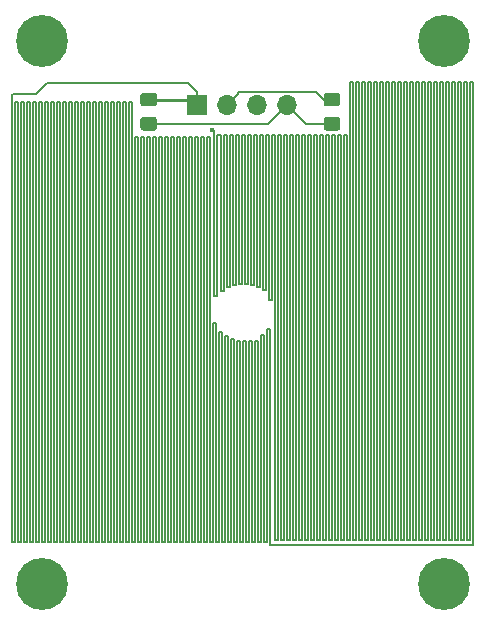
<source format=gbr>
G04 #@! TF.GenerationSoftware,KiCad,Pcbnew,(5.1.5)-3*
G04 #@! TF.CreationDate,2020-10-16T21:55:23+02:00*
G04 #@! TF.ProjectId,_Level,b54c6576-656c-42e6-9b69-6361645f7063,rev?*
G04 #@! TF.SameCoordinates,Original*
G04 #@! TF.FileFunction,Copper,L1,Top*
G04 #@! TF.FilePolarity,Positive*
%FSLAX46Y46*%
G04 Gerber Fmt 4.6, Leading zero omitted, Abs format (unit mm)*
G04 Created by KiCad (PCBNEW (5.1.5)-3) date 2020-10-16 21:55:23*
%MOMM*%
%LPD*%
G04 APERTURE LIST*
%ADD10C,0.100000*%
%ADD11C,4.400000*%
%ADD12C,0.127000*%
%ADD13O,1.700000X1.700000*%
%ADD14R,1.700000X1.700000*%
%ADD15C,0.450000*%
%ADD16C,0.127000*%
%ADD17C,0.250000*%
G04 APERTURE END LIST*
D10*
G36*
X137195200Y-71563500D02*
G01*
X136822200Y-71563500D01*
X136822200Y-71436500D01*
X137195200Y-71436500D01*
X137195200Y-71563500D01*
G37*
D11*
X138000000Y-67000000D03*
X172000000Y-113000000D03*
X172000000Y-67000000D03*
X138000000Y-113000000D03*
D12*
X137195200Y-71500000D03*
X136809500Y-71500000D03*
D13*
X158690000Y-72410000D03*
X156150000Y-72410000D03*
X153610000Y-72410000D03*
D14*
X151070000Y-72410000D03*
G04 #@! TA.AperFunction,SMDPad,CuDef*
D10*
G36*
X162974505Y-71401204D02*
G01*
X162998773Y-71404804D01*
X163022572Y-71410765D01*
X163045671Y-71419030D01*
X163067850Y-71429520D01*
X163088893Y-71442132D01*
X163108599Y-71456747D01*
X163126777Y-71473223D01*
X163143253Y-71491401D01*
X163157868Y-71511107D01*
X163170480Y-71532150D01*
X163180970Y-71554329D01*
X163189235Y-71577428D01*
X163195196Y-71601227D01*
X163198796Y-71625495D01*
X163200000Y-71649999D01*
X163200000Y-72300001D01*
X163198796Y-72324505D01*
X163195196Y-72348773D01*
X163189235Y-72372572D01*
X163180970Y-72395671D01*
X163170480Y-72417850D01*
X163157868Y-72438893D01*
X163143253Y-72458599D01*
X163126777Y-72476777D01*
X163108599Y-72493253D01*
X163088893Y-72507868D01*
X163067850Y-72520480D01*
X163045671Y-72530970D01*
X163022572Y-72539235D01*
X162998773Y-72545196D01*
X162974505Y-72548796D01*
X162950001Y-72550000D01*
X162049999Y-72550000D01*
X162025495Y-72548796D01*
X162001227Y-72545196D01*
X161977428Y-72539235D01*
X161954329Y-72530970D01*
X161932150Y-72520480D01*
X161911107Y-72507868D01*
X161891401Y-72493253D01*
X161873223Y-72476777D01*
X161856747Y-72458599D01*
X161842132Y-72438893D01*
X161829520Y-72417850D01*
X161819030Y-72395671D01*
X161810765Y-72372572D01*
X161804804Y-72348773D01*
X161801204Y-72324505D01*
X161800000Y-72300001D01*
X161800000Y-71649999D01*
X161801204Y-71625495D01*
X161804804Y-71601227D01*
X161810765Y-71577428D01*
X161819030Y-71554329D01*
X161829520Y-71532150D01*
X161842132Y-71511107D01*
X161856747Y-71491401D01*
X161873223Y-71473223D01*
X161891401Y-71456747D01*
X161911107Y-71442132D01*
X161932150Y-71429520D01*
X161954329Y-71419030D01*
X161977428Y-71410765D01*
X162001227Y-71404804D01*
X162025495Y-71401204D01*
X162049999Y-71400000D01*
X162950001Y-71400000D01*
X162974505Y-71401204D01*
G37*
G04 #@! TD.AperFunction*
G04 #@! TA.AperFunction,SMDPad,CuDef*
G36*
X162974505Y-73451204D02*
G01*
X162998773Y-73454804D01*
X163022572Y-73460765D01*
X163045671Y-73469030D01*
X163067850Y-73479520D01*
X163088893Y-73492132D01*
X163108599Y-73506747D01*
X163126777Y-73523223D01*
X163143253Y-73541401D01*
X163157868Y-73561107D01*
X163170480Y-73582150D01*
X163180970Y-73604329D01*
X163189235Y-73627428D01*
X163195196Y-73651227D01*
X163198796Y-73675495D01*
X163200000Y-73699999D01*
X163200000Y-74350001D01*
X163198796Y-74374505D01*
X163195196Y-74398773D01*
X163189235Y-74422572D01*
X163180970Y-74445671D01*
X163170480Y-74467850D01*
X163157868Y-74488893D01*
X163143253Y-74508599D01*
X163126777Y-74526777D01*
X163108599Y-74543253D01*
X163088893Y-74557868D01*
X163067850Y-74570480D01*
X163045671Y-74580970D01*
X163022572Y-74589235D01*
X162998773Y-74595196D01*
X162974505Y-74598796D01*
X162950001Y-74600000D01*
X162049999Y-74600000D01*
X162025495Y-74598796D01*
X162001227Y-74595196D01*
X161977428Y-74589235D01*
X161954329Y-74580970D01*
X161932150Y-74570480D01*
X161911107Y-74557868D01*
X161891401Y-74543253D01*
X161873223Y-74526777D01*
X161856747Y-74508599D01*
X161842132Y-74488893D01*
X161829520Y-74467850D01*
X161819030Y-74445671D01*
X161810765Y-74422572D01*
X161804804Y-74398773D01*
X161801204Y-74374505D01*
X161800000Y-74350001D01*
X161800000Y-73699999D01*
X161801204Y-73675495D01*
X161804804Y-73651227D01*
X161810765Y-73627428D01*
X161819030Y-73604329D01*
X161829520Y-73582150D01*
X161842132Y-73561107D01*
X161856747Y-73541401D01*
X161873223Y-73523223D01*
X161891401Y-73506747D01*
X161911107Y-73492132D01*
X161932150Y-73479520D01*
X161954329Y-73469030D01*
X161977428Y-73460765D01*
X162001227Y-73454804D01*
X162025495Y-73451204D01*
X162049999Y-73450000D01*
X162950001Y-73450000D01*
X162974505Y-73451204D01*
G37*
G04 #@! TD.AperFunction*
G04 #@! TA.AperFunction,SMDPad,CuDef*
G36*
X147474505Y-73451204D02*
G01*
X147498773Y-73454804D01*
X147522572Y-73460765D01*
X147545671Y-73469030D01*
X147567850Y-73479520D01*
X147588893Y-73492132D01*
X147608599Y-73506747D01*
X147626777Y-73523223D01*
X147643253Y-73541401D01*
X147657868Y-73561107D01*
X147670480Y-73582150D01*
X147680970Y-73604329D01*
X147689235Y-73627428D01*
X147695196Y-73651227D01*
X147698796Y-73675495D01*
X147700000Y-73699999D01*
X147700000Y-74350001D01*
X147698796Y-74374505D01*
X147695196Y-74398773D01*
X147689235Y-74422572D01*
X147680970Y-74445671D01*
X147670480Y-74467850D01*
X147657868Y-74488893D01*
X147643253Y-74508599D01*
X147626777Y-74526777D01*
X147608599Y-74543253D01*
X147588893Y-74557868D01*
X147567850Y-74570480D01*
X147545671Y-74580970D01*
X147522572Y-74589235D01*
X147498773Y-74595196D01*
X147474505Y-74598796D01*
X147450001Y-74600000D01*
X146549999Y-74600000D01*
X146525495Y-74598796D01*
X146501227Y-74595196D01*
X146477428Y-74589235D01*
X146454329Y-74580970D01*
X146432150Y-74570480D01*
X146411107Y-74557868D01*
X146391401Y-74543253D01*
X146373223Y-74526777D01*
X146356747Y-74508599D01*
X146342132Y-74488893D01*
X146329520Y-74467850D01*
X146319030Y-74445671D01*
X146310765Y-74422572D01*
X146304804Y-74398773D01*
X146301204Y-74374505D01*
X146300000Y-74350001D01*
X146300000Y-73699999D01*
X146301204Y-73675495D01*
X146304804Y-73651227D01*
X146310765Y-73627428D01*
X146319030Y-73604329D01*
X146329520Y-73582150D01*
X146342132Y-73561107D01*
X146356747Y-73541401D01*
X146373223Y-73523223D01*
X146391401Y-73506747D01*
X146411107Y-73492132D01*
X146432150Y-73479520D01*
X146454329Y-73469030D01*
X146477428Y-73460765D01*
X146501227Y-73454804D01*
X146525495Y-73451204D01*
X146549999Y-73450000D01*
X147450001Y-73450000D01*
X147474505Y-73451204D01*
G37*
G04 #@! TD.AperFunction*
G04 #@! TA.AperFunction,SMDPad,CuDef*
G36*
X147474505Y-71401204D02*
G01*
X147498773Y-71404804D01*
X147522572Y-71410765D01*
X147545671Y-71419030D01*
X147567850Y-71429520D01*
X147588893Y-71442132D01*
X147608599Y-71456747D01*
X147626777Y-71473223D01*
X147643253Y-71491401D01*
X147657868Y-71511107D01*
X147670480Y-71532150D01*
X147680970Y-71554329D01*
X147689235Y-71577428D01*
X147695196Y-71601227D01*
X147698796Y-71625495D01*
X147700000Y-71649999D01*
X147700000Y-72300001D01*
X147698796Y-72324505D01*
X147695196Y-72348773D01*
X147689235Y-72372572D01*
X147680970Y-72395671D01*
X147670480Y-72417850D01*
X147657868Y-72438893D01*
X147643253Y-72458599D01*
X147626777Y-72476777D01*
X147608599Y-72493253D01*
X147588893Y-72507868D01*
X147567850Y-72520480D01*
X147545671Y-72530970D01*
X147522572Y-72539235D01*
X147498773Y-72545196D01*
X147474505Y-72548796D01*
X147450001Y-72550000D01*
X146549999Y-72550000D01*
X146525495Y-72548796D01*
X146501227Y-72545196D01*
X146477428Y-72539235D01*
X146454329Y-72530970D01*
X146432150Y-72520480D01*
X146411107Y-72507868D01*
X146391401Y-72493253D01*
X146373223Y-72476777D01*
X146356747Y-72458599D01*
X146342132Y-72438893D01*
X146329520Y-72417850D01*
X146319030Y-72395671D01*
X146310765Y-72372572D01*
X146304804Y-72348773D01*
X146301204Y-72324505D01*
X146300000Y-72300001D01*
X146300000Y-71649999D01*
X146301204Y-71625495D01*
X146304804Y-71601227D01*
X146310765Y-71577428D01*
X146319030Y-71554329D01*
X146329520Y-71532150D01*
X146342132Y-71511107D01*
X146356747Y-71491401D01*
X146373223Y-71473223D01*
X146391401Y-71456747D01*
X146411107Y-71442132D01*
X146432150Y-71429520D01*
X146454329Y-71419030D01*
X146477428Y-71410765D01*
X146501227Y-71404804D01*
X146525495Y-71401204D01*
X146549999Y-71400000D01*
X147450001Y-71400000D01*
X147474505Y-71401204D01*
G37*
G04 #@! TD.AperFunction*
D15*
X152400000Y-74520000D03*
D16*
X160305000Y-74025000D02*
X158690000Y-72410000D01*
X162500000Y-74025000D02*
X160305000Y-74025000D01*
X157075000Y-74025000D02*
X158690000Y-72410000D01*
X147000000Y-74025000D02*
X157075000Y-74025000D01*
X152527000Y-88646000D02*
X152527000Y-74633000D01*
X152781000Y-88646000D02*
X152527000Y-88646000D01*
X152781000Y-75057000D02*
X152781000Y-88646000D01*
X152824000Y-75014000D02*
X152781000Y-75057000D01*
X153095000Y-75014000D02*
X152824000Y-75014000D01*
X153095000Y-88222000D02*
X153095000Y-75014000D01*
X153349000Y-88222000D02*
X153095000Y-88222000D01*
X153603000Y-87841000D02*
X153603000Y-75014000D01*
X153857000Y-87841000D02*
X153603000Y-87841000D01*
X153857000Y-75014000D02*
X153857000Y-87841000D01*
X154111000Y-87714000D02*
X154111000Y-75014000D01*
X154619000Y-75014000D02*
X154365000Y-75014000D01*
X154873000Y-75014000D02*
X154873000Y-87587000D01*
X155127000Y-75014000D02*
X154873000Y-75014000D01*
X155381000Y-87587000D02*
X155127000Y-87587000D01*
X155381000Y-75014000D02*
X155381000Y-87587000D01*
X155635000Y-87714000D02*
X155635000Y-75014000D01*
X155889000Y-75014000D02*
X155889000Y-87714000D01*
X156397000Y-87841000D02*
X156143000Y-87841000D01*
X156397000Y-75014000D02*
X156397000Y-87841000D01*
X156651000Y-75014000D02*
X156397000Y-75014000D01*
X156651000Y-88095000D02*
X156651000Y-75014000D01*
X156905000Y-75014000D02*
X156905000Y-88095000D01*
X157159000Y-88984000D02*
X157159000Y-75014000D01*
X157413000Y-88984000D02*
X157159000Y-88984000D01*
X157413000Y-75014000D02*
X157413000Y-88984000D01*
X157667000Y-75014000D02*
X157413000Y-75014000D01*
X157667000Y-109304000D02*
X157667000Y-75014000D01*
X157921000Y-109304000D02*
X157667000Y-109304000D01*
X158175000Y-109304000D02*
X158175000Y-75014000D01*
X158429000Y-109304000D02*
X158175000Y-109304000D01*
X158429000Y-75014000D02*
X158429000Y-109304000D01*
X158937000Y-109304000D02*
X158683000Y-109304000D01*
X159191000Y-109304000D02*
X159191000Y-75014000D01*
X159445000Y-75014000D02*
X159445000Y-109304000D01*
X159699000Y-109304000D02*
X159699000Y-75014000D01*
X162493000Y-75014000D02*
X162493000Y-109304000D01*
X158175000Y-75014000D02*
X157921000Y-75014000D01*
X163255000Y-109304000D02*
X163255000Y-75014000D01*
X159191000Y-75014000D02*
X158937000Y-75014000D01*
X163509000Y-109304000D02*
X163255000Y-109304000D01*
X163509000Y-75014000D02*
X163509000Y-109304000D01*
X163763000Y-75014000D02*
X163509000Y-75014000D01*
X159445000Y-109304000D02*
X159191000Y-109304000D01*
X163763000Y-109304000D02*
X163763000Y-75014000D01*
X164017000Y-109304000D02*
X163763000Y-109304000D01*
X154365000Y-87714000D02*
X154111000Y-87714000D01*
X164017000Y-70451510D02*
X164017000Y-109304000D01*
X156905000Y-88095000D02*
X156651000Y-88095000D01*
X164271000Y-70451510D02*
X164017000Y-70451510D01*
X155127000Y-87587000D02*
X155127000Y-75014000D01*
X164271000Y-109304000D02*
X164271000Y-70451510D01*
X164525000Y-109304000D02*
X164271000Y-109304000D01*
X155635000Y-75014000D02*
X155381000Y-75014000D01*
X164525000Y-70451510D02*
X164525000Y-109304000D01*
X164779000Y-70451510D02*
X164525000Y-70451510D01*
X154619000Y-87587000D02*
X154619000Y-75014000D01*
X164779000Y-109304000D02*
X164779000Y-70451510D01*
X154873000Y-87587000D02*
X154619000Y-87587000D01*
X165033000Y-109304000D02*
X164779000Y-109304000D01*
X156143000Y-87841000D02*
X156143000Y-75014000D01*
X165033000Y-70451510D02*
X165033000Y-109304000D01*
X165287000Y-70451510D02*
X165033000Y-70451510D01*
X157159000Y-75014000D02*
X156905000Y-75014000D01*
X165287000Y-109304000D02*
X165287000Y-70451510D01*
X165541000Y-109304000D02*
X165287000Y-109304000D01*
X165541000Y-70451510D02*
X165541000Y-109304000D01*
X158683000Y-75014000D02*
X158429000Y-75014000D01*
X165795000Y-70451510D02*
X165541000Y-70451510D01*
X165795000Y-109304000D02*
X165795000Y-70451510D01*
X166049000Y-109304000D02*
X165795000Y-109304000D01*
X166049000Y-70451510D02*
X166049000Y-109304000D01*
X154365000Y-75014000D02*
X154365000Y-87714000D01*
X166303000Y-70451510D02*
X166049000Y-70451510D01*
X166303000Y-109304000D02*
X166303000Y-70451510D01*
X166557000Y-109304000D02*
X166303000Y-109304000D01*
X166557000Y-70451510D02*
X166557000Y-109304000D01*
X166811000Y-70451510D02*
X166557000Y-70451510D01*
X166811000Y-109304000D02*
X166811000Y-70451510D01*
X158683000Y-109304000D02*
X158683000Y-75014000D01*
X167065000Y-109304000D02*
X166811000Y-109304000D01*
X167065000Y-70451510D02*
X167065000Y-109304000D01*
X167319000Y-70451510D02*
X167065000Y-70451510D01*
X167319000Y-109304000D02*
X167319000Y-70451510D01*
X157921000Y-75014000D02*
X157921000Y-109304000D01*
X167573000Y-109304000D02*
X167319000Y-109304000D01*
X167573000Y-70451510D02*
X167573000Y-109304000D01*
X159699000Y-75014000D02*
X159445000Y-75014000D01*
X167827000Y-70451510D02*
X167573000Y-70451510D01*
X167827000Y-109304000D02*
X167827000Y-70451510D01*
X156143000Y-75014000D02*
X155889000Y-75014000D01*
X168081000Y-109304000D02*
X167827000Y-109304000D01*
X168081000Y-70451510D02*
X168081000Y-109304000D01*
X158937000Y-75014000D02*
X158937000Y-109304000D01*
X168335000Y-70451510D02*
X168081000Y-70451510D01*
X168335000Y-109304000D02*
X168335000Y-70451510D01*
X155889000Y-87714000D02*
X155635000Y-87714000D01*
X168589000Y-109304000D02*
X168335000Y-109304000D01*
X168589000Y-70451510D02*
X168589000Y-109304000D01*
X168843000Y-70451510D02*
X168589000Y-70451510D01*
X168843000Y-109304000D02*
X168843000Y-70451510D01*
X169097000Y-70451510D02*
X169097000Y-109304000D01*
X169351000Y-70451510D02*
X169097000Y-70451510D01*
X169605000Y-109304000D02*
X169351000Y-109304000D01*
X169605000Y-70451510D02*
X169605000Y-109304000D01*
X169859000Y-70451510D02*
X169605000Y-70451510D01*
X169859000Y-109304000D02*
X169859000Y-70451510D01*
X170113000Y-109304000D02*
X169859000Y-109304000D01*
X170113000Y-70451510D02*
X170113000Y-109304000D01*
X169097000Y-109304000D02*
X168843000Y-109304000D01*
X170367000Y-70451510D02*
X170113000Y-70451510D01*
X170367000Y-109304000D02*
X170367000Y-70451510D01*
X170621000Y-109304000D02*
X170367000Y-109304000D01*
X170621000Y-70451510D02*
X170621000Y-109304000D01*
X170875000Y-70451510D02*
X170621000Y-70451510D01*
X170875000Y-109304000D02*
X170875000Y-70451510D01*
X171129000Y-109304000D02*
X170875000Y-109304000D01*
X171129000Y-70451510D02*
X171129000Y-109304000D01*
X171383000Y-70451510D02*
X171129000Y-70451510D01*
X171383000Y-109304000D02*
X171383000Y-70451510D01*
X171637000Y-109304000D02*
X171383000Y-109304000D01*
X146872000Y-109431000D02*
X146872000Y-75141000D01*
X146110000Y-109431000D02*
X146364000Y-109431000D01*
X146110000Y-75141000D02*
X146110000Y-109431000D01*
X145856000Y-75141000D02*
X146110000Y-75141000D01*
X146364000Y-109431000D02*
X146364000Y-75141000D01*
X145602000Y-109431000D02*
X145856000Y-109431000D01*
X145602000Y-72220000D02*
X145602000Y-109431000D01*
X145348000Y-109431000D02*
X145348000Y-72220000D01*
X145094000Y-72220000D02*
X145094000Y-109431000D01*
X144840000Y-109431000D02*
X144840000Y-72220000D01*
X146872000Y-75141000D02*
X147126000Y-75141000D01*
X144586000Y-109431000D02*
X144840000Y-109431000D01*
X144586000Y-72220000D02*
X144586000Y-109431000D01*
X144332000Y-72220000D02*
X144586000Y-72220000D01*
X144332000Y-109431000D02*
X144332000Y-72220000D01*
X144078000Y-109431000D02*
X144332000Y-109431000D01*
X144078000Y-72220000D02*
X144078000Y-109431000D01*
X143824000Y-72220000D02*
X144078000Y-72220000D01*
X143824000Y-109431000D02*
X143824000Y-72220000D01*
X143570000Y-109431000D02*
X143824000Y-109431000D01*
X143570000Y-72220000D02*
X143570000Y-109431000D01*
X143316000Y-72220000D02*
X143570000Y-72220000D01*
X143316000Y-109431000D02*
X143316000Y-72220000D01*
X143062000Y-109431000D02*
X143316000Y-109431000D01*
X143062000Y-72220000D02*
X143062000Y-109431000D01*
X147126000Y-75141000D02*
X147126000Y-109431000D01*
X142808000Y-72220000D02*
X143062000Y-72220000D01*
X161731000Y-75014000D02*
X161477000Y-75014000D01*
X147126000Y-109431000D02*
X147380000Y-109431000D01*
X142808000Y-109431000D02*
X142808000Y-72220000D01*
X142554000Y-109431000D02*
X142808000Y-109431000D01*
X142554000Y-72220000D02*
X142554000Y-109431000D01*
X147380000Y-109431000D02*
X147380000Y-75141000D01*
X142300000Y-72220000D02*
X142554000Y-72220000D01*
X142046000Y-109431000D02*
X142300000Y-109431000D01*
X161985000Y-75014000D02*
X161985000Y-109304000D01*
X146618000Y-109431000D02*
X146872000Y-109431000D01*
X142046000Y-72220000D02*
X142046000Y-109431000D01*
X141792000Y-72220000D02*
X142046000Y-72220000D01*
X141792000Y-109431000D02*
X141792000Y-72220000D01*
X141538000Y-72220000D02*
X141538000Y-109431000D01*
X141284000Y-72220000D02*
X141538000Y-72220000D01*
X146618000Y-75141000D02*
X146618000Y-109431000D01*
X141284000Y-109431000D02*
X141284000Y-72220000D01*
X141030000Y-109431000D02*
X141284000Y-109431000D01*
X137982000Y-72220000D02*
X137982000Y-109431000D01*
X145348000Y-72220000D02*
X145602000Y-72220000D01*
X136458000Y-109431000D02*
X136712000Y-109431000D01*
X155762000Y-92413000D02*
X155762000Y-109431000D01*
X154111000Y-75014000D02*
X153857000Y-75014000D01*
X137728000Y-72220000D02*
X137982000Y-72220000D01*
X172145000Y-109304000D02*
X171891000Y-109304000D01*
X141538000Y-109431000D02*
X141792000Y-109431000D01*
X137220000Y-72220000D02*
X137474000Y-72220000D01*
X173161000Y-70451510D02*
X173161000Y-109304000D01*
X139252000Y-72220000D02*
X139506000Y-72220000D01*
X137220000Y-109431000D02*
X137220000Y-72220000D01*
X135451510Y-71575490D02*
X135451510Y-109431000D01*
X145856000Y-109431000D02*
X145856000Y-75141000D01*
X136966000Y-109431000D02*
X137220000Y-109431000D01*
X155254000Y-92413000D02*
X155254000Y-109431000D01*
X136966000Y-72220000D02*
X136966000Y-109431000D01*
X173415000Y-109304000D02*
X173415000Y-70451510D01*
X139760000Y-72220000D02*
X140014000Y-72220000D01*
X140268000Y-72220000D02*
X140522000Y-72220000D01*
X136712000Y-72220000D02*
X136966000Y-72220000D01*
X154492000Y-109431000D02*
X154492000Y-92413000D01*
X137728000Y-109431000D02*
X137728000Y-72220000D01*
X172145000Y-70451510D02*
X172145000Y-109304000D01*
X140776000Y-109431000D02*
X140776000Y-72220000D01*
X135451510Y-109431000D02*
X135696000Y-109431000D01*
X157286000Y-109650000D02*
X174431000Y-109650000D01*
X136712000Y-109431000D02*
X136712000Y-72220000D01*
X172907000Y-109304000D02*
X172907000Y-70451510D01*
X145094000Y-109431000D02*
X145348000Y-109431000D01*
X136809500Y-71500000D02*
X135527000Y-71500000D01*
X156016000Y-109431000D02*
X156016000Y-92413000D01*
X136204000Y-72220000D02*
X136458000Y-72220000D01*
X157032000Y-109431000D02*
X157032000Y-91397000D01*
X140014000Y-72220000D02*
X140014000Y-109431000D01*
X135527000Y-71500000D02*
X135451510Y-71575490D01*
X155254000Y-109431000D02*
X155508000Y-109431000D01*
X135696000Y-72220000D02*
X135950000Y-72220000D01*
X172907000Y-70451510D02*
X172653000Y-70451510D01*
X140268000Y-109431000D02*
X140268000Y-72220000D01*
X136204000Y-109431000D02*
X136204000Y-72220000D01*
X144840000Y-72220000D02*
X145094000Y-72220000D01*
X153603000Y-75014000D02*
X153349000Y-75014000D01*
X135696000Y-109431000D02*
X135696000Y-72220000D01*
X155508000Y-92413000D02*
X155762000Y-92413000D01*
X138744000Y-109431000D02*
X138744000Y-72220000D01*
X140522000Y-72220000D02*
X140522000Y-109431000D01*
X135950000Y-109431000D02*
X136204000Y-109431000D01*
X156778000Y-91905000D02*
X156778000Y-109431000D01*
X137474000Y-72220000D02*
X137474000Y-109431000D01*
X172653000Y-109304000D02*
X172399000Y-109304000D01*
X160715000Y-109304000D02*
X160715000Y-75014000D01*
X138744000Y-72220000D02*
X138998000Y-72220000D01*
X137474000Y-109431000D02*
X137728000Y-109431000D01*
X157286000Y-91397000D02*
X157286000Y-109650000D01*
X160715000Y-75014000D02*
X160461000Y-75014000D01*
X139506000Y-72220000D02*
X139506000Y-109431000D01*
X142300000Y-109431000D02*
X142300000Y-72220000D01*
X153349000Y-75014000D02*
X153349000Y-88222000D01*
X136458000Y-72220000D02*
X136458000Y-109431000D01*
X154492000Y-92413000D02*
X154746000Y-92413000D01*
X137982000Y-109431000D02*
X138236000Y-109431000D01*
X171891000Y-109304000D02*
X171891000Y-70451510D01*
X138236000Y-109431000D02*
X138236000Y-72220000D01*
X171637000Y-70451510D02*
X171637000Y-109304000D01*
X138236000Y-72220000D02*
X138490000Y-72220000D01*
X138490000Y-72220000D02*
X138490000Y-109431000D01*
X138490000Y-109431000D02*
X138744000Y-109431000D01*
X140014000Y-109431000D02*
X140268000Y-109431000D01*
X138998000Y-72220000D02*
X138998000Y-109431000D01*
X146364000Y-75141000D02*
X146618000Y-75141000D01*
X138998000Y-109431000D02*
X139252000Y-109431000D01*
X139252000Y-109431000D02*
X139252000Y-72220000D01*
X139506000Y-109431000D02*
X139760000Y-109431000D01*
X139760000Y-109431000D02*
X139760000Y-72220000D01*
X140522000Y-109431000D02*
X140776000Y-109431000D01*
X140776000Y-72220000D02*
X141030000Y-72220000D01*
X135950000Y-72220000D02*
X135950000Y-109431000D01*
X173923000Y-109304000D02*
X173923000Y-70451510D01*
X141030000Y-72220000D02*
X141030000Y-109431000D01*
X161477000Y-109304000D02*
X161223000Y-109304000D01*
X147380000Y-75141000D02*
X147634000Y-75141000D01*
X147634000Y-75141000D02*
X147634000Y-109431000D01*
X162239000Y-109304000D02*
X162239000Y-75014000D01*
X147634000Y-109431000D02*
X147888000Y-109431000D01*
X147888000Y-109431000D02*
X147888000Y-75141000D01*
X147888000Y-75141000D02*
X148142000Y-75141000D01*
X162239000Y-75014000D02*
X161985000Y-75014000D01*
X148142000Y-75141000D02*
X148142000Y-109431000D01*
X148142000Y-109431000D02*
X148396000Y-109431000D01*
X148396000Y-109431000D02*
X148396000Y-75141000D01*
X148396000Y-75141000D02*
X148650000Y-75141000D01*
X159953000Y-75014000D02*
X159953000Y-109304000D01*
X148650000Y-75141000D02*
X148650000Y-109431000D01*
X162747000Y-75014000D02*
X162493000Y-75014000D01*
X148650000Y-109431000D02*
X148904000Y-109431000D01*
X148904000Y-109431000D02*
X148904000Y-75141000D01*
X161985000Y-109304000D02*
X161731000Y-109304000D01*
X148904000Y-75141000D02*
X149158000Y-75141000D01*
X149158000Y-75141000D02*
X149158000Y-109431000D01*
X149158000Y-109431000D02*
X149412000Y-109431000D01*
X160969000Y-109304000D02*
X160715000Y-109304000D01*
X169351000Y-109304000D02*
X169351000Y-70451510D01*
X149412000Y-109431000D02*
X149412000Y-75141000D01*
X149412000Y-75141000D02*
X149666000Y-75141000D01*
X149666000Y-75141000D02*
X149666000Y-109431000D01*
X149666000Y-109431000D02*
X149920000Y-109431000D01*
X160207000Y-109304000D02*
X160207000Y-75014000D01*
X149920000Y-109431000D02*
X149920000Y-75141000D01*
X149920000Y-75141000D02*
X150174000Y-75141000D01*
X160207000Y-75014000D02*
X159953000Y-75014000D01*
X150174000Y-75141000D02*
X150174000Y-109431000D01*
X161223000Y-75014000D02*
X160969000Y-75014000D01*
X150174000Y-109431000D02*
X150428000Y-109431000D01*
X161223000Y-109304000D02*
X161223000Y-75014000D01*
X150428000Y-109431000D02*
X150428000Y-75141000D01*
X150428000Y-75141000D02*
X150682000Y-75141000D01*
X150682000Y-75141000D02*
X150682000Y-109431000D01*
X163255000Y-75014000D02*
X163001000Y-75014000D01*
X150682000Y-109431000D02*
X150936000Y-109431000D01*
X160461000Y-75014000D02*
X160461000Y-109304000D01*
X150936000Y-109431000D02*
X150936000Y-75141000D01*
X150936000Y-75141000D02*
X151190000Y-75141000D01*
X161731000Y-109304000D02*
X161731000Y-75014000D01*
X151190000Y-75141000D02*
X151190000Y-109431000D01*
X162747000Y-109304000D02*
X162747000Y-75014000D01*
X151190000Y-109431000D02*
X151444000Y-109431000D01*
X160461000Y-109304000D02*
X160207000Y-109304000D01*
X151444000Y-109431000D02*
X151444000Y-75141000D01*
X151444000Y-75141000D02*
X151698000Y-75141000D01*
X161477000Y-75014000D02*
X161477000Y-109304000D01*
X151698000Y-75141000D02*
X151698000Y-109431000D01*
X151698000Y-109431000D02*
X151952000Y-109431000D01*
X160969000Y-75014000D02*
X160969000Y-109304000D01*
X151952000Y-109431000D02*
X151952000Y-75141000D01*
X151952000Y-75141000D02*
X152206000Y-75141000D01*
X152206000Y-75141000D02*
X152206000Y-109431000D01*
X152206000Y-109431000D02*
X152460000Y-109431000D01*
X152460000Y-109431000D02*
X152460000Y-90889000D01*
X152460000Y-90889000D02*
X152714000Y-90889000D01*
X152714000Y-90889000D02*
X152714000Y-109431000D01*
X152714000Y-109431000D02*
X152968000Y-109431000D01*
X152968000Y-109431000D02*
X152968000Y-91651000D01*
X152968000Y-91651000D02*
X153222000Y-91651000D01*
X153222000Y-91651000D02*
X153222000Y-109431000D01*
X163001000Y-75014000D02*
X163001000Y-109304000D01*
X153222000Y-109431000D02*
X153476000Y-109431000D01*
X153476000Y-109431000D02*
X153476000Y-92032000D01*
X159953000Y-109304000D02*
X159699000Y-109304000D01*
X153476000Y-92032000D02*
X153730000Y-92032000D01*
X153730000Y-92032000D02*
X153730000Y-109431000D01*
X153730000Y-109431000D02*
X153984000Y-109431000D01*
X163001000Y-109304000D02*
X162747000Y-109304000D01*
X153984000Y-109431000D02*
X153984000Y-92286000D01*
X153984000Y-92286000D02*
X154238000Y-92286000D01*
X162493000Y-109304000D02*
X162239000Y-109304000D01*
X154238000Y-92286000D02*
X154238000Y-109431000D01*
X154238000Y-109431000D02*
X154492000Y-109431000D01*
X154746000Y-92413000D02*
X154746000Y-109431000D01*
X154746000Y-109431000D02*
X155000000Y-109431000D01*
X155000000Y-109431000D02*
X155000000Y-92413000D01*
X155000000Y-92413000D02*
X155254000Y-92413000D01*
X155508000Y-109431000D02*
X155508000Y-92413000D01*
X155762000Y-109431000D02*
X156016000Y-109431000D01*
X156016000Y-92413000D02*
X156270000Y-92413000D01*
X156270000Y-92413000D02*
X156270000Y-109431000D01*
X156270000Y-109431000D02*
X156524000Y-109431000D01*
X156524000Y-109431000D02*
X156524000Y-91905000D01*
X156524000Y-91905000D02*
X156778000Y-91905000D01*
X156778000Y-109431000D02*
X157032000Y-109431000D01*
X157032000Y-91397000D02*
X157286000Y-91397000D01*
X174431000Y-109650000D02*
X174431000Y-70451510D01*
X174431000Y-70451510D02*
X174177000Y-70451510D01*
X174177000Y-70451510D02*
X174177000Y-109304000D01*
X174177000Y-109304000D02*
X173923000Y-109304000D01*
X173923000Y-70451510D02*
X173669000Y-70451510D01*
X173669000Y-70451510D02*
X173669000Y-109304000D01*
X173669000Y-109304000D02*
X173415000Y-109304000D01*
X173415000Y-70451510D02*
X173161000Y-70451510D01*
X173161000Y-109304000D02*
X172907000Y-109304000D01*
X172653000Y-70451510D02*
X172653000Y-109304000D01*
X172399000Y-109304000D02*
X172399000Y-70451510D01*
X172399000Y-70451510D02*
X172145000Y-70451510D01*
X171891000Y-70451510D02*
X171637000Y-70451510D01*
X152414000Y-74520000D02*
X152527000Y-74633000D01*
X152400000Y-74520000D02*
X152414000Y-74520000D01*
X151000000Y-72700000D02*
X151000000Y-72223000D01*
X151070000Y-71310000D02*
X151070000Y-72410000D01*
X150360000Y-70600000D02*
X151070000Y-71310000D01*
X138400000Y-70600000D02*
X150360000Y-70600000D01*
X137195200Y-71500000D02*
X137500000Y-71500000D01*
X137500000Y-71500000D02*
X138400000Y-70600000D01*
D17*
X150635000Y-71975000D02*
X151070000Y-72410000D01*
X147000000Y-71975000D02*
X150635000Y-71975000D01*
D16*
X154459999Y-71560001D02*
X153610000Y-72410000D01*
X154650501Y-71369499D02*
X154459999Y-71560001D01*
X161194499Y-71369499D02*
X154650501Y-71369499D01*
X161800000Y-71975000D02*
X161194499Y-71369499D01*
X162500000Y-71975000D02*
X161800000Y-71975000D01*
M02*

</source>
